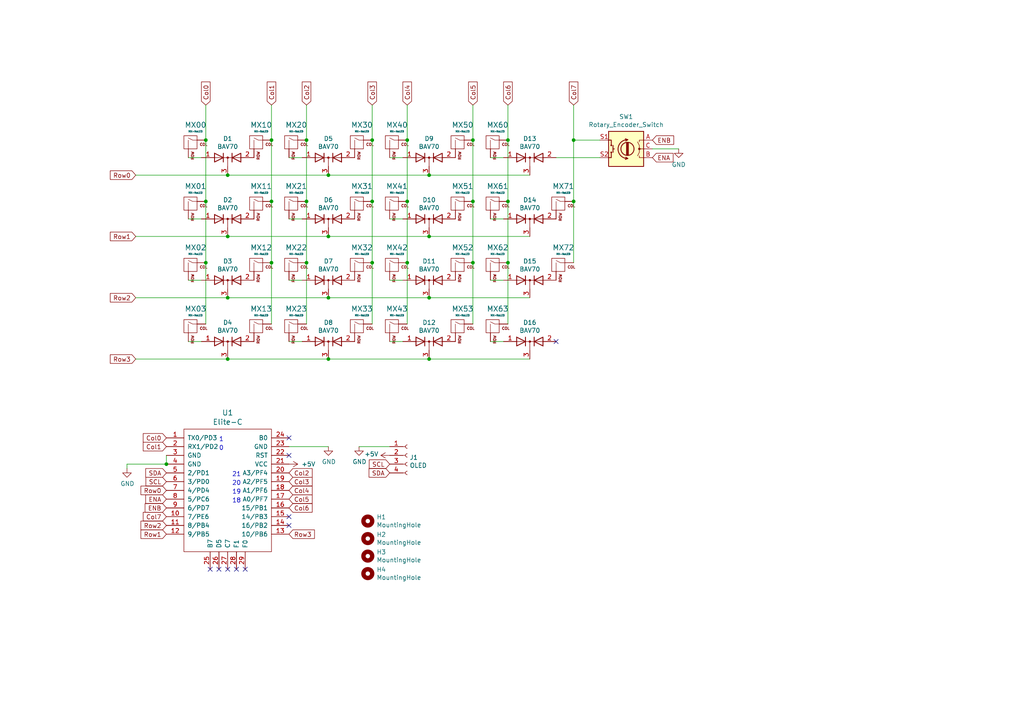
<source format=kicad_sch>
(kicad_sch (version 20211123) (generator eeschema)
  (paper "A4")
  (lib_symbols
    (symbol "Connector:Conn_01x04_Female" (pin_names (offset 1.016) hide)
      (property "Reference" "J" (at 0 5.08 0))
      (property "Value" "Conn_01x04_Female" (at 0 -7.62 0))
      (symbol "Conn_01x04_Female_1_1"
        (arc (start 0 -4.572) (mid -0.508 -5.08) (end 0 -5.588) (stroke (width 0.1524)))
        (arc (start 0 -2.032) (mid -0.508 -2.54) (end 0 -3.048) (stroke (width 0.1524)))
        (polyline (pts (xy -1.27 -5.08) (xy -0.508 -5.08)) (stroke (width 0.1524)))
        (polyline (pts (xy -1.27 -2.54) (xy -0.508 -2.54)) (stroke (width 0.1524)))
        (polyline (pts (xy -1.27 0) (xy -0.508 0)) (stroke (width 0.1524)))
        (polyline (pts (xy -1.27 2.54) (xy -0.508 2.54)) (stroke (width 0.1524)))
        (arc (start 0 0.508) (mid -0.508 0) (end 0 -0.508) (stroke (width 0.1524)))
        (arc (start 0 3.048) (mid -0.508 2.54) (end 0 2.032) (stroke (width 0.1524)))
        (pin passive line (at -5.08 2.54 0) (length 3.81) (name "Pin_1") (number "1"))
        (pin passive line (at -5.08 0 0) (length 3.81) (name "Pin_2") (number "2"))
        (pin passive line (at -5.08 -2.54 0) (length 3.81) (name "Pin_3") (number "3"))
        (pin passive line (at -5.08 -5.08 0) (length 3.81) (name "Pin_4") (number "4"))
      )
    )
    (symbol "Device:Rotary_Encoder_Switch" (pin_names (offset 0.254) hide)
      (property "Reference" "SW" (at 0 6.604 0))
      (property "Value" "Device_Rotary_Encoder_Switch" (at 0 -6.604 0))
      (symbol "Rotary_Encoder_Switch_0_1"
        (rectangle (start -5.08 5.08) (end 5.08 -5.08) (stroke (width 0.254)) (fill (type background)))
        (circle (center -3.81 0) (radius 0.254) (fill (type outline)))
        (arc (start -0.381 -2.794) (mid 2.3622 -0.0635) (end -0.381 2.667) (stroke (width 0.254)))
        (circle (center -0.381 0) (radius 1.905) (stroke (width 0.254)))
        (polyline (pts (xy -0.635 -1.778) (xy -0.635 1.778)) (stroke (width 0.254)))
        (polyline (pts (xy -0.381 -1.778) (xy -0.381 1.778)) (stroke (width 0.254)))
        (polyline (pts (xy -0.127 1.778) (xy -0.127 -1.778)) (stroke (width 0.254)))
        (polyline (pts (xy 3.81 0) (xy 3.429 0)) (stroke (width 0.254)))
        (polyline (pts (xy 3.81 1.016) (xy 3.81 -1.016)) (stroke (width 0.254)))
        (polyline (pts (xy -5.08 -2.54) (xy -3.81 -2.54) (xy -3.81 -2.032)))
        (polyline (pts (xy -5.08 2.54) (xy -3.81 2.54) (xy -3.81 2.032)))
        (polyline (pts (xy 0.254 -3.048) (xy -0.508 -2.794) (xy 0.127 -2.413)) (stroke (width 0.254)))
        (polyline (pts (xy 0.254 2.921) (xy -0.508 2.667) (xy 0.127 2.286)) (stroke (width 0.254)))
        (polyline (pts (xy 5.08 -2.54) (xy 4.318 -2.54) (xy 4.318 -1.016)) (stroke (width 0.254)))
        (polyline (pts (xy 5.08 2.54) (xy 4.318 2.54) (xy 4.318 1.016)) (stroke (width 0.254)))
        (polyline (pts (xy -5.08 0) (xy -3.81 0) (xy -3.81 -1.016) (xy -3.302 -2.032)))
        (polyline (pts (xy -4.318 0) (xy -3.81 0) (xy -3.81 1.016) (xy -3.302 2.032)))
        (circle (center 4.318 -1.016) (radius 0.127) (stroke (width 0.254)))
        (circle (center 4.318 1.016) (radius 0.127) (stroke (width 0.254)))
      )
      (symbol "Rotary_Encoder_Switch_1_1"
        (pin passive line (at -7.62 2.54 0) (length 2.54) (name "A") (number "A"))
        (pin passive line (at -7.62 -2.54 0) (length 2.54) (name "B") (number "B"))
        (pin passive line (at -7.62 0 0) (length 2.54) (name "C") (number "C"))
        (pin passive line (at 7.62 2.54 180) (length 2.54) (name "S1") (number "S1"))
        (pin passive line (at 7.62 -2.54 180) (length 2.54) (name "S2") (number "S2"))
      )
    )
    (symbol "Diode:BAV70" (pin_names (offset 0.762) hide)
      (property "Reference" "D" (at 0.635 -2.54 0))
      (property "Value" "BAV70" (at 0 2.54 0))
      (symbol "BAV70_0_1"
        (polyline (pts (xy -3.81 0) (xy 3.81 0)))
        (polyline (pts (xy 0 0) (xy 0 -2.54)))
        (polyline (pts (xy -1.27 -1.27) (xy -1.27 1.27) (xy -1.27 1.27)) (stroke (width 0.254)))
        (polyline (pts (xy 1.27 -1.27) (xy 1.27 1.27) (xy 1.27 1.27)) (stroke (width 0.254)))
        (polyline (pts (xy -3.81 1.27) (xy -1.27 0) (xy -3.81 -1.27) (xy -3.81 1.27) (xy -3.81 1.27) (xy -3.81 1.27)) (stroke (width 0.254)))
        (polyline (pts (xy 3.81 -1.27) (xy 1.27 0) (xy 3.81 1.27) (xy 3.81 -1.27) (xy 3.81 -1.27) (xy 3.81 -1.27)) (stroke (width 0.254)))
        (circle (center 0 0) (radius 0.254) (fill (type outline)))
        (pin passive line (at -7.62 0 0) (length 3.81) (name "A") (number "1"))
        (pin passive line (at 7.62 0 180) (length 3.81) (name "A") (number "2"))
        (pin passive line (at 0 -5.08 90) (length 2.54) (name "K") (number "3"))
      )
    )
    (symbol "MX_Alps_Hybrid:MX-NoLED" (pin_names (offset 1.016))
      (property "Reference" "MX" (at -0.635 3.81 0))
      (property "Value" "MX-NoLED" (at -0.635 1.27 0))
      (symbol "MX-NoLED_0_0"
        (rectangle (start -2.54 2.54) (end 1.27 -1.27))
        (polyline (pts (xy -1.27 -1.27) (xy -1.27 1.27)) (stroke (width 0.127)))
        (polyline (pts (xy 1.27 1.27) (xy 0 1.27) (xy -1.27 1.905)) (stroke (width 0.127)))
        (text "COL" (at 3.175 0 0) (effects (font (size 0.762 0.762))))
        (text "ROW" (at 0 -1.905 900) (effects (font (size 0.762 0.762)) (justify right)))
      )
      (symbol "MX-NoLED_1_1"
        (pin passive line (at 3.81 1.27 180) (length 2.54) (name "COL") (number "1"))
        (pin passive line (at -1.27 -3.81 90) (length 2.54) (name "ROW") (number "2"))
      )
    )
    (symbol "Mechanical:MountingHole" (pin_names (offset 1.016))
      (property "Reference" "H" (at 0 5.08 0))
      (property "Value" "MountingHole" (at 0 3.175 0))
      (symbol "MountingHole_0_1"
        (circle (center 0 0) (radius 1.27) (stroke (width 1.27)))
      )
    )
    (symbol "power:+5V" (power) (pin_names (offset 0))
      (property "Value" "+5V" (at 0 3.556 0))
      (symbol "+5V_0_1"
        (polyline (pts (xy -0.762 1.27) (xy 0 2.54)))
        (polyline (pts (xy 0 0) (xy 0 2.54)))
        (polyline (pts (xy 0 2.54) (xy 0.762 1.27)))
      )
      (symbol "+5V_1_1"
        (pin power_in line (at 0 0 90) (length 0) hide (name "+5V") (number "1"))
      )
    )
    (symbol "power:GND" (power) (pin_names (offset 0))
      (property "Value" "GND" (at 0 -3.81 0))
      (symbol "GND_0_1"
        (polyline (pts (xy 0 0) (xy 0 -1.27) (xy 1.27 -1.27) (xy 0 -2.54) (xy -1.27 -1.27) (xy 0 -1.27)))
      )
      (symbol "GND_1_1"
        (pin power_in line (at 0 0 270) (length 0) hide (name "GND") (number "1"))
      )
    )
    (symbol "sketchy-rescue:Elite-C-keebio-sketchy-rescue" (pin_names (offset 1.016))
      (property "Reference" "U" (at 0 0 0))
      (property "Value" "Elite-C-keebio-sketchy-rescue" (at 0 2.54 0))
      (symbol "Elite-C-keebio-sketchy-rescue_0_1"
        (rectangle (start 12.7 -19.05) (end -12.7 16.51))
      )
      (symbol "Elite-C-keebio-sketchy-rescue_1_1"
        (pin input line (at -17.78 13.97 0) (length 5.08) (name "TX0/PD3") (number "1"))
        (pin input line (at -17.78 -8.89 0) (length 5.08) (name "7/PE6") (number "10"))
        (pin input line (at -17.78 -11.43 0) (length 5.08) (name "8/PB4") (number "11"))
        (pin input line (at -17.78 -13.97 0) (length 5.08) (name "9/PB5") (number "12"))
        (pin input line (at 17.78 -13.97 180) (length 5.08) (name "10/PB6") (number "13"))
        (pin input line (at 17.78 -11.43 180) (length 5.08) (name "16/PB2") (number "14"))
        (pin input line (at 17.78 -8.89 180) (length 5.08) (name "14/PB3") (number "15"))
        (pin input line (at 17.78 -6.35 180) (length 5.08) (name "15/PB1") (number "16"))
        (pin input line (at 17.78 -3.81 180) (length 5.08) (name "A0/PF7") (number "17"))
        (pin input line (at 17.78 -1.27 180) (length 5.08) (name "A1/PF6") (number "18"))
        (pin input line (at 17.78 1.27 180) (length 5.08) (name "A2/PF5") (number "19"))
        (pin input line (at -17.78 11.43 0) (length 5.08) (name "RX1/PD2") (number "2"))
        (pin input line (at 17.78 3.81 180) (length 5.08) (name "A3/PF4") (number "20"))
        (pin input line (at 17.78 6.35 180) (length 5.08) (name "VCC") (number "21"))
        (pin input line (at 17.78 8.89 180) (length 5.08) (name "RST") (number "22"))
        (pin input line (at 17.78 11.43 180) (length 5.08) (name "GND") (number "23"))
        (pin input line (at 17.78 13.97 180) (length 5.08) (name "B0") (number "24"))
        (pin input line (at -5.08 -24.13 90) (length 5.08) (name "B7") (number "25"))
        (pin input line (at -2.54 -24.13 90) (length 5.08) (name "D5") (number "26"))
        (pin input line (at 0 -24.13 90) (length 5.08) (name "C7") (number "27"))
        (pin input line (at 2.54 -24.13 90) (length 5.08) (name "F1") (number "28"))
        (pin input line (at 5.08 -24.13 90) (length 5.08) (name "F0") (number "29"))
        (pin input line (at -17.78 8.89 0) (length 5.08) (name "GND") (number "3"))
        (pin input line (at -17.78 6.35 0) (length 5.08) (name "GND") (number "4"))
        (pin input line (at -17.78 3.81 0) (length 5.08) (name "2/PD1") (number "5"))
        (pin input line (at -17.78 1.27 0) (length 5.08) (name "3/PD0") (number "6"))
        (pin input line (at -17.78 -1.27 0) (length 5.08) (name "4/PD4") (number "7"))
        (pin input line (at -17.78 -3.81 0) (length 5.08) (name "5/PC6") (number "8"))
        (pin input line (at -17.78 -6.35 0) (length 5.08) (name "6/PD7") (number "9"))
      )
    )
  )
  (junction (at 66.04 86.36))
  (junction (at 124.46 50.8))
  (junction (at 118.11 58.42))
  (junction (at 59.69 76.2))
  (junction (at 88.9 58.42))
  (junction (at 147.32 76.2))
  (junction (at 137.16 58.42))
  (junction (at 166.37 40.64))
  (junction (at 48.26 134.62))
  (junction (at 95.25 68.58))
  (junction (at 118.11 76.2))
  (junction (at 107.95 76.2))
  (junction (at 59.69 40.64))
  (junction (at 59.69 58.42))
  (junction (at 88.9 40.64))
  (junction (at 88.9 76.2))
  (junction (at 137.16 40.64))
  (junction (at 147.32 58.42))
  (junction (at 124.46 104.14))
  (junction (at 78.74 58.42))
  (junction (at 166.37 58.42))
  (junction (at 124.46 68.58))
  (junction (at 137.16 76.2))
  (junction (at 95.25 104.14))
  (junction (at 78.74 40.64))
  (junction (at 66.04 104.14))
  (junction (at 107.95 58.42))
  (junction (at 118.11 40.64))
  (junction (at 78.74 76.2))
  (junction (at 66.04 68.58))
  (junction (at 95.25 50.8))
  (junction (at 66.04 50.8))
  (junction (at 124.46 86.36))
  (junction (at 95.25 86.36))
  (junction (at 147.32 40.64))
  (junction (at 107.95 40.64))
  (no_connect (at 83.82 152.4))
  (no_connect (at 83.82 149.86))
  (no_connect (at 161.29 99.06))
  (no_connect (at 83.82 132.08))
  (no_connect (at 83.82 127))
  (no_connect (at 60.96 165.1))
  (no_connect (at 63.5 165.1))
  (no_connect (at 66.04 165.1))
  (no_connect (at 68.58 165.1))
  (no_connect (at 71.12 165.1))
  (wire (pts (xy 113.03 129.54) (xy 104.14 129.54)))
  (wire (pts (xy 118.11 40.64) (xy 118.11 30.48)))
  (wire (pts (xy 54.61 63.5) (xy 58.42 63.5)))
  (wire (pts (xy 189.23 43.18) (xy 196.85 43.18)))
  (wire (pts (xy 137.16 93.98) (xy 137.16 76.2)))
  (wire (pts (xy 107.95 93.98) (xy 107.95 76.2)))
  (wire (pts (xy 36.83 134.62) (xy 36.83 135.89)))
  (wire (pts (xy 153.67 68.58) (xy 124.46 68.58)))
  (wire (pts (xy 107.95 58.42) (xy 107.95 40.64)))
  (wire (pts (xy 59.69 58.42) (xy 59.69 76.2)))
  (wire (pts (xy 147.32 40.64) (xy 147.32 30.48)))
  (wire (pts (xy 66.04 50.8) (xy 39.37 50.8)))
  (wire (pts (xy 124.46 68.58) (xy 95.25 68.58)))
  (wire (pts (xy 95.25 50.8) (xy 66.04 50.8)))
  (wire (pts (xy 83.82 99.06) (xy 87.63 99.06)))
  (wire (pts (xy 78.74 40.64) (xy 78.74 30.48)))
  (wire (pts (xy 95.25 68.58) (xy 66.04 68.58)))
  (wire (pts (xy 83.82 45.72) (xy 87.63 45.72)))
  (wire (pts (xy 78.74 76.2) (xy 78.74 93.98)))
  (wire (pts (xy 166.37 76.2) (xy 166.37 58.42)))
  (wire (pts (xy 54.61 99.06) (xy 58.42 99.06)))
  (wire (pts (xy 83.82 129.54) (xy 95.25 129.54)))
  (wire (pts (xy 137.16 76.2) (xy 137.16 58.42)))
  (wire (pts (xy 153.67 50.8) (xy 124.46 50.8)))
  (wire (pts (xy 124.46 86.36) (xy 95.25 86.36)))
  (wire (pts (xy 124.46 104.14) (xy 153.67 104.14)))
  (wire (pts (xy 147.32 76.2) (xy 147.32 93.98)))
  (wire (pts (xy 166.37 40.64) (xy 173.99 40.64)))
  (wire (pts (xy 95.25 104.14) (xy 124.46 104.14)))
  (wire (pts (xy 83.82 81.28) (xy 87.63 81.28)))
  (wire (pts (xy 142.24 63.5) (xy 146.05 63.5)))
  (wire (pts (xy 113.03 63.5) (xy 116.84 63.5)))
  (wire (pts (xy 161.29 45.72) (xy 173.99 45.72)))
  (wire (pts (xy 95.25 86.36) (xy 66.04 86.36)))
  (wire (pts (xy 54.61 81.28) (xy 58.42 81.28)))
  (wire (pts (xy 137.16 58.42) (xy 137.16 40.64)))
  (wire (pts (xy 66.04 86.36) (xy 39.37 86.36)))
  (wire (pts (xy 66.04 104.14) (xy 39.37 104.14)))
  (wire (pts (xy 54.61 45.72) (xy 58.42 45.72)))
  (wire (pts (xy 78.74 76.2) (xy 78.74 58.42)))
  (wire (pts (xy 88.9 76.2) (xy 88.9 58.42)))
  (wire (pts (xy 147.32 58.42) (xy 147.32 40.64)))
  (wire (pts (xy 137.16 40.64) (xy 137.16 30.48)))
  (wire (pts (xy 83.82 63.5) (xy 87.63 63.5)))
  (wire (pts (xy 147.32 76.2) (xy 147.32 58.42)))
  (wire (pts (xy 59.69 40.64) (xy 59.69 30.48)))
  (wire (pts (xy 142.24 81.28) (xy 146.05 81.28)))
  (wire (pts (xy 66.04 104.14) (xy 95.25 104.14)))
  (wire (pts (xy 153.67 86.36) (xy 124.46 86.36)))
  (wire (pts (xy 142.24 99.06) (xy 146.05 99.06)))
  (wire (pts (xy 107.95 40.64) (xy 107.95 30.48)))
  (wire (pts (xy 107.95 76.2) (xy 107.95 58.42)))
  (wire (pts (xy 48.26 132.08) (xy 48.26 134.62)))
  (wire (pts (xy 166.37 30.48) (xy 166.37 40.64)))
  (wire (pts (xy 142.24 45.72) (xy 146.05 45.72)))
  (wire (pts (xy 59.69 76.2) (xy 59.69 93.98)))
  (wire (pts (xy 124.46 50.8) (xy 95.25 50.8)))
  (wire (pts (xy 59.69 58.42) (xy 59.69 40.64)))
  (wire (pts (xy 88.9 93.98) (xy 88.9 76.2)))
  (wire (pts (xy 88.9 58.42) (xy 88.9 40.64)))
  (wire (pts (xy 118.11 58.42) (xy 118.11 40.64)))
  (wire (pts (xy 36.83 134.62) (xy 48.26 134.62)))
  (wire (pts (xy 113.03 99.06) (xy 116.84 99.06)))
  (wire (pts (xy 118.11 76.2) (xy 118.11 58.42)))
  (wire (pts (xy 113.03 45.72) (xy 116.84 45.72)))
  (wire (pts (xy 118.11 93.98) (xy 118.11 76.2)))
  (wire (pts (xy 113.03 81.28) (xy 116.84 81.28)))
  (wire (pts (xy 88.9 40.64) (xy 88.9 30.48)))
  (wire (pts (xy 166.37 40.64) (xy 166.37 58.42)))
  (wire (pts (xy 78.74 58.42) (xy 78.74 40.64)))
  (wire (pts (xy 66.04 68.58) (xy 39.37 68.58)))
  (text "1" (at 63.5 128.27 0) (effects (font (size 1.27 1.27)) (justify left bottom)))
  (text "21" (at 67.31 138.43 0) (effects (font (size 1.27 1.27)) (justify left bottom)))
  (text "0" (at 63.5 130.81 0) (effects (font (size 1.27 1.27)) (justify left bottom)))
  (text "19" (at 67.31 143.51 0) (effects (font (size 1.27 1.27)) (justify left bottom)))
  (text "20" (at 67.31 140.97 0) (effects (font (size 1.27 1.27)) (justify left bottom)))
  (text "18" (at 67.31 146.05 0) (effects (font (size 1.27 1.27)) (justify left bottom)))
  (global_label "ENB" (shape input) (at 189.23 40.64 0) (property "Intersheet References" "${INTERSHEET_REFS}" (effects hide)))
  (global_label "Col7" (shape input) (at 166.37 30.48 90) (property "Intersheet References" "${INTERSHEET_REFS}" (effects hide)))
  (global_label "Col6" (shape input) (at 147.32 30.48 90) (property "Intersheet References" "${INTERSHEET_REFS}" (effects hide)))
  (global_label "ENA" (shape input) (at 48.26 144.78 180) (property "Intersheet References" "${INTERSHEET_REFS}" (effects hide)))
  (global_label "Col3" (shape input) (at 83.82 139.7 0) (property "Intersheet References" "${INTERSHEET_REFS}" (effects hide)))
  (global_label "Col4" (shape input) (at 118.11 30.48 90) (property "Intersheet References" "${INTERSHEET_REFS}" (effects hide)))
  (global_label "Col4" (shape input) (at 83.82 142.24 0) (property "Intersheet References" "${INTERSHEET_REFS}" (effects hide)))
  (global_label "Row3" (shape input) (at 39.37 104.14 180) (property "Intersheet References" "${INTERSHEET_REFS}" (effects hide)))
  (global_label "ENB" (shape input) (at 48.26 147.32 180) (property "Intersheet References" "${INTERSHEET_REFS}" (effects hide)))
  (global_label "Col0" (shape input) (at 48.26 127 180) (property "Intersheet References" "${INTERSHEET_REFS}" (effects hide)))
  (global_label "Col2" (shape input) (at 88.9 30.48 90) (property "Intersheet References" "${INTERSHEET_REFS}" (effects hide)))
  (global_label "Row1" (shape input) (at 39.37 68.58 180) (property "Intersheet References" "${INTERSHEET_REFS}" (effects hide)))
  (global_label "Col5" (shape input) (at 137.16 30.48 90) (property "Intersheet References" "${INTERSHEET_REFS}" (effects hide)))
  (global_label "Row1" (shape input) (at 48.26 154.94 180) (property "Intersheet References" "${INTERSHEET_REFS}" (effects hide)))
  (global_label "SDA" (shape input) (at 48.26 137.16 180) (property "Intersheet References" "${INTERSHEET_REFS}" (effects hide)))
  (global_label "Row3" (shape input) (at 83.82 154.94 0) (property "Intersheet References" "${INTERSHEET_REFS}" (effects hide)))
  (global_label "Row0" (shape input) (at 39.37 50.8 180) (property "Intersheet References" "${INTERSHEET_REFS}" (effects hide)))
  (global_label "SDA" (shape input) (at 113.03 137.16 180) (property "Intersheet References" "${INTERSHEET_REFS}" (effects hide)))
  (global_label "Col5" (shape input) (at 83.82 144.78 0) (property "Intersheet References" "${INTERSHEET_REFS}" (effects hide)))
  (global_label "Col0" (shape input) (at 59.69 30.48 90) (property "Intersheet References" "${INTERSHEET_REFS}" (effects hide)))
  (global_label "Col6" (shape input) (at 83.82 147.32 0) (property "Intersheet References" "${INTERSHEET_REFS}" (effects hide)))
  (global_label "SCL" (shape input) (at 48.26 139.7 180) (property "Intersheet References" "${INTERSHEET_REFS}" (effects hide)))
  (global_label "Col1" (shape input) (at 78.74 30.48 90) (property "Intersheet References" "${INTERSHEET_REFS}" (effects hide)))
  (global_label "Col7" (shape input) (at 48.26 149.86 180) (property "Intersheet References" "${INTERSHEET_REFS}" (effects hide)))
  (global_label "Row2" (shape input) (at 39.37 86.36 180) (property "Intersheet References" "${INTERSHEET_REFS}" (effects hide)))
  (global_label "SCL" (shape input) (at 113.03 134.62 180) (property "Intersheet References" "${INTERSHEET_REFS}" (effects hide)))
  (global_label "Row2" (shape input) (at 48.26 152.4 180) (property "Intersheet References" "${INTERSHEET_REFS}" (effects hide)))
  (global_label "Col1" (shape input) (at 48.26 129.54 180) (property "Intersheet References" "${INTERSHEET_REFS}" (effects hide)))
  (global_label "Col2" (shape input) (at 83.82 137.16 0) (property "Intersheet References" "${INTERSHEET_REFS}" (effects hide)))
  (global_label "Row0" (shape input) (at 48.26 142.24 180) (property "Intersheet References" "${INTERSHEET_REFS}" (effects hide)))
  (global_label "ENA" (shape input) (at 189.23 45.72 0) (property "Intersheet References" "${INTERSHEET_REFS}" (effects hide)))
  (global_label "Col3" (shape input) (at 107.95 30.48 90) (property "Intersheet References" "${INTERSHEET_REFS}" (effects hide)))
  (symbol (lib_id "sketchy-rescue:Elite-C-keebio-sketchy-rescue") (at 66.04 140.97 0) (unit 1)
    (property "Reference" "U1" (at 66.04 119.7102 0) (effects (font (size 1.524 1.524))))
    (property "Value" "Elite-C" (at 66.04 122.4026 0) (effects (font (size 1.524 1.524))))
    (property "Footprint" "Keebio-Parts:Elite-C" (effects hide))
  )
  (symbol (lib_id "power:GND") (at 95.25 129.54 0) (unit 1)
    (property "Reference" "#PWR0101" (effects hide))
    (property "Value" "GND" (at 95.377 133.9342 0))
  )
  (symbol (lib_id "MX_Alps_Hybrid:MX-NoLED") (at 85.09 41.91 0) (unit 1)
    (property "Reference" "MX20" (at 85.9282 36.2458 0) (effects (font (size 1.524 1.524))))
    (property "Value" "MX-NoLED" (at 85.9282 38.1254 0) (effects (font (size 0.508 0.508))))
    (property "Footprint" "MX_Only:MXOnly-1U-Hotswap" (effects hide))
  )
  (symbol (lib_id "Diode:BAV70") (at 66.04 45.72 0) (unit 1)
    (property "Reference" "D1" (at 66.04 40.2082 0))
    (property "Value" "BAV70" (at 66.04 42.5196 0))
    (property "Footprint" "Keebio-Parts:SOT-23_Handsoldering" (effects hide))
    (property "Datasheet" "https://assets.nexperia.com/documents/data-sheet/BAV70_SER.pdf" (effects hide))
  )
  (symbol (lib_id "MX_Alps_Hybrid:MX-NoLED") (at 104.14 41.91 0) (unit 1)
    (property "Reference" "MX30" (at 104.9782 36.2458 0) (effects (font (size 1.524 1.524))))
    (property "Value" "MX-NoLED" (at 104.9782 38.1254 0) (effects (font (size 0.508 0.508))))
    (property "Footprint" "MX_Only:MXOnly-1U-Hotswap" (effects hide))
  )
  (symbol (lib_id "Diode:BAV70") (at 95.25 45.72 0) (unit 1)
    (property "Reference" "D5" (at 95.25 40.2082 0))
    (property "Value" "BAV70" (at 95.25 42.5196 0))
    (property "Footprint" "Keebio-Parts:SOT-23_Handsoldering" (effects hide))
    (property "Datasheet" "https://assets.nexperia.com/documents/data-sheet/BAV70_SER.pdf" (effects hide))
  )
  (symbol (lib_id "MX_Alps_Hybrid:MX-NoLED") (at 114.3 41.91 0) (unit 1)
    (property "Reference" "MX40" (at 115.1382 36.2458 0) (effects (font (size 1.524 1.524))))
    (property "Value" "MX-NoLED" (at 115.1382 38.1254 0) (effects (font (size 0.508 0.508))))
    (property "Footprint" "MX_Only:MXOnly-1U-Hotswap" (effects hide))
  )
  (symbol (lib_id "MX_Alps_Hybrid:MX-NoLED") (at 133.35 41.91 0) (unit 1)
    (property "Reference" "MX50" (at 134.1882 36.2458 0) (effects (font (size 1.524 1.524))))
    (property "Value" "MX-NoLED" (at 134.1882 38.1254 0) (effects (font (size 0.508 0.508))))
    (property "Footprint" "MX_Only:MXOnly-1U-Hotswap" (effects hide))
  )
  (symbol (lib_id "MX_Alps_Hybrid:MX-NoLED") (at 143.51 41.91 0) (unit 1)
    (property "Reference" "MX60" (at 144.3482 36.2458 0) (effects (font (size 1.524 1.524))))
    (property "Value" "MX-NoLED" (at 144.3482 38.1254 0) (effects (font (size 0.508 0.508))))
    (property "Footprint" "MX_Only:MXOnly-1U-Hotswap" (effects hide))
  )
  (symbol (lib_id "Diode:BAV70") (at 124.46 45.72 0) (unit 1)
    (property "Reference" "D9" (at 124.46 40.2082 0))
    (property "Value" "BAV70" (at 124.46 42.5196 0))
    (property "Footprint" "Keebio-Parts:SOT-23_Handsoldering" (effects hide))
    (property "Datasheet" "https://assets.nexperia.com/documents/data-sheet/BAV70_SER.pdf" (effects hide))
  )
  (symbol (lib_id "Diode:BAV70") (at 153.67 45.72 0) (unit 1)
    (property "Reference" "D13" (at 153.67 40.2082 0))
    (property "Value" "BAV70" (at 153.67 42.5196 0))
    (property "Footprint" "Keebio-Parts:SOT-23_Handsoldering" (effects hide))
    (property "Datasheet" "https://assets.nexperia.com/documents/data-sheet/BAV70_SER.pdf" (effects hide))
  )
  (symbol (lib_id "MX_Alps_Hybrid:MX-NoLED") (at 74.93 41.91 0) (unit 1)
    (property "Reference" "MX10" (at 75.7682 36.2458 0) (effects (font (size 1.524 1.524))))
    (property "Value" "MX-NoLED" (at 75.7682 38.1254 0) (effects (font (size 0.508 0.508))))
    (property "Footprint" "MX_Only:MXOnly-1U-Hotswap" (effects hide))
  )
  (symbol (lib_id "MX_Alps_Hybrid:MX-NoLED") (at 55.88 41.91 0) (unit 1)
    (property "Reference" "MX00" (at 56.7182 36.2458 0) (effects (font (size 1.524 1.524))))
    (property "Value" "MX-NoLED" (at 56.7182 38.1254 0) (effects (font (size 0.508 0.508))))
    (property "Footprint" "MX_Only:MXOnly-1U-Hotswap" (effects hide))
  )
  (symbol (lib_id "power:GND") (at 36.83 135.89 0) (unit 1)
    (property "Reference" "#PWR0103" (effects hide))
    (property "Value" "GND" (at 36.957 140.2842 0))
  )
  (symbol (lib_id "MX_Alps_Hybrid:MX-NoLED") (at 85.09 59.69 0) (unit 1)
    (property "Reference" "MX21" (at 85.9282 54.0258 0) (effects (font (size 1.524 1.524))))
    (property "Value" "MX-NoLED" (at 85.9282 55.9054 0) (effects (font (size 0.508 0.508))))
    (property "Footprint" "MX_Only:MXOnly-1U-Hotswap" (effects hide))
  )
  (symbol (lib_id "Diode:BAV70") (at 66.04 63.5 0) (unit 1)
    (property "Reference" "D2" (at 66.04 57.9882 0))
    (property "Value" "BAV70" (at 66.04 60.2996 0))
    (property "Footprint" "Keebio-Parts:SOT-23_Handsoldering" (effects hide))
    (property "Datasheet" "https://assets.nexperia.com/documents/data-sheet/BAV70_SER.pdf" (effects hide))
  )
  (symbol (lib_id "MX_Alps_Hybrid:MX-NoLED") (at 104.14 59.69 0) (unit 1)
    (property "Reference" "MX31" (at 104.9782 54.0258 0) (effects (font (size 1.524 1.524))))
    (property "Value" "MX-NoLED" (at 104.9782 55.9054 0) (effects (font (size 0.508 0.508))))
    (property "Footprint" "MX_Only:MXOnly-1U-Hotswap" (effects hide))
  )
  (symbol (lib_id "Diode:BAV70") (at 95.25 63.5 0) (unit 1)
    (property "Reference" "D6" (at 95.25 57.9882 0))
    (property "Value" "BAV70" (at 95.25 60.2996 0))
    (property "Footprint" "Keebio-Parts:SOT-23_Handsoldering" (effects hide))
    (property "Datasheet" "https://assets.nexperia.com/documents/data-sheet/BAV70_SER.pdf" (effects hide))
  )
  (symbol (lib_id "MX_Alps_Hybrid:MX-NoLED") (at 114.3 59.69 0) (unit 1)
    (property "Reference" "MX41" (at 115.1382 54.0258 0) (effects (font (size 1.524 1.524))))
    (property "Value" "MX-NoLED" (at 115.1382 55.9054 0) (effects (font (size 0.508 0.508))))
    (property "Footprint" "MX_Only:MXOnly-1U-Hotswap" (effects hide))
  )
  (symbol (lib_id "MX_Alps_Hybrid:MX-NoLED") (at 133.35 59.69 0) (unit 1)
    (property "Reference" "MX51" (at 134.1882 54.0258 0) (effects (font (size 1.524 1.524))))
    (property "Value" "MX-NoLED" (at 134.1882 55.9054 0) (effects (font (size 0.508 0.508))))
    (property "Footprint" "MX_Only:MXOnly-1U-Hotswap" (effects hide))
  )
  (symbol (lib_id "MX_Alps_Hybrid:MX-NoLED") (at 143.51 59.69 0) (unit 1)
    (property "Reference" "MX61" (at 144.3482 54.0258 0) (effects (font (size 1.524 1.524))))
    (property "Value" "MX-NoLED" (at 144.3482 55.9054 0) (effects (font (size 0.508 0.508))))
    (property "Footprint" "MX_Only:MXOnly-1U-Hotswap" (effects hide))
  )
  (symbol (lib_id "Diode:BAV70") (at 124.46 63.5 0) (unit 1)
    (property "Reference" "D10" (at 124.46 57.9882 0))
    (property "Value" "BAV70" (at 124.46 60.2996 0))
    (property "Footprint" "Keebio-Parts:SOT-23_Handsoldering" (effects hide))
    (property "Datasheet" "https://assets.nexperia.com/documents/data-sheet/BAV70_SER.pdf" (effects hide))
  )
  (symbol (lib_id "MX_Alps_Hybrid:MX-NoLED") (at 162.56 59.69 0) (unit 1)
    (property "Reference" "MX71" (at 163.3982 54.0258 0) (effects (font (size 1.524 1.524))))
    (property "Value" "MX-NoLED" (at 163.3982 55.9054 0) (effects (font (size 0.508 0.508))))
    (property "Footprint" "MX_Only:MXOnly-1U-Hotswap" (effects hide))
  )
  (symbol (lib_id "MX_Alps_Hybrid:MX-NoLED") (at 74.93 59.69 0) (unit 1)
    (property "Reference" "MX11" (at 75.7682 54.0258 0) (effects (font (size 1.524 1.524))))
    (property "Value" "MX-NoLED" (at 75.7682 55.9054 0) (effects (font (size 0.508 0.508))))
    (property "Footprint" "MX_Only:MXOnly-1U-Hotswap" (effects hide))
  )
  (symbol (lib_id "MX_Alps_Hybrid:MX-NoLED") (at 55.88 59.69 0) (unit 1)
    (property "Reference" "MX01" (at 56.7182 54.0258 0) (effects (font (size 1.524 1.524))))
    (property "Value" "MX-NoLED" (at 56.7182 55.9054 0) (effects (font (size 0.508 0.508))))
    (property "Footprint" "MX_Only:MXOnly-1.5U-Hotswap" (effects hide))
  )
  (symbol (lib_id "Diode:BAV70") (at 153.67 63.5 0) (unit 1)
    (property "Reference" "D14" (at 153.67 57.9882 0))
    (property "Value" "BAV70" (at 153.67 60.2996 0))
    (property "Footprint" "Keebio-Parts:SOT-23_Handsoldering" (effects hide))
    (property "Datasheet" "https://assets.nexperia.com/documents/data-sheet/BAV70_SER.pdf" (effects hide))
  )
  (symbol (lib_id "MX_Alps_Hybrid:MX-NoLED") (at 85.09 77.47 0) (unit 1)
    (property "Reference" "MX22" (at 85.9282 71.8058 0) (effects (font (size 1.524 1.524))))
    (property "Value" "MX-NoLED" (at 85.9282 73.6854 0) (effects (font (size 0.508 0.508))))
    (property "Footprint" "MX_Only:MXOnly-1U-Hotswap" (effects hide))
  )
  (symbol (lib_id "Diode:BAV70") (at 66.04 81.28 0) (unit 1)
    (property "Reference" "D3" (at 66.04 75.7682 0))
    (property "Value" "BAV70" (at 66.04 78.0796 0))
    (property "Footprint" "Keebio-Parts:SOT-23_Handsoldering" (effects hide))
    (property "Datasheet" "https://assets.nexperia.com/documents/data-sheet/BAV70_SER.pdf" (effects hide))
  )
  (symbol (lib_id "MX_Alps_Hybrid:MX-NoLED") (at 104.14 77.47 0) (unit 1)
    (property "Reference" "MX32" (at 104.9782 71.8058 0) (effects (font (size 1.524 1.524))))
    (property "Value" "MX-NoLED" (at 104.9782 73.6854 0) (effects (font (size 0.508 0.508))))
    (property "Footprint" "MX_Only:MXOnly-1U-Hotswap" (effects hide))
  )
  (symbol (lib_id "Diode:BAV70") (at 95.25 81.28 0) (unit 1)
    (property "Reference" "D7" (at 95.25 75.7682 0))
    (property "Value" "BAV70" (at 95.25 78.0796 0))
    (property "Footprint" "Keebio-Parts:SOT-23_Handsoldering" (effects hide))
    (property "Datasheet" "https://assets.nexperia.com/documents/data-sheet/BAV70_SER.pdf" (effects hide))
  )
  (symbol (lib_id "MX_Alps_Hybrid:MX-NoLED") (at 114.3 77.47 0) (unit 1)
    (property "Reference" "MX42" (at 115.1382 71.8058 0) (effects (font (size 1.524 1.524))))
    (property "Value" "MX-NoLED" (at 115.1382 73.6854 0) (effects (font (size 0.508 0.508))))
    (property "Footprint" "MX_Only:MXOnly-1U-Hotswap" (effects hide))
  )
  (symbol (lib_id "MX_Alps_Hybrid:MX-NoLED") (at 133.35 77.47 0) (unit 1)
    (property "Reference" "MX52" (at 134.1882 71.8058 0) (effects (font (size 1.524 1.524))))
    (property "Value" "MX-NoLED" (at 134.1882 73.6854 0) (effects (font (size 0.508 0.508))))
    (property "Footprint" "MX_Only:MXOnly-1U-Hotswap" (effects hide))
  )
  (symbol (lib_id "MX_Alps_Hybrid:MX-NoLED") (at 143.51 77.47 0) (unit 1)
    (property "Reference" "MX62" (at 144.3482 71.8058 0) (effects (font (size 1.524 1.524))))
    (property "Value" "MX-NoLED" (at 144.3482 73.6854 0) (effects (font (size 0.508 0.508))))
    (property "Footprint" "MX_Only:MXOnly-1U-Hotswap" (effects hide))
  )
  (symbol (lib_id "Diode:BAV70") (at 124.46 81.28 0) (unit 1)
    (property "Reference" "D11" (at 124.46 75.7682 0))
    (property "Value" "BAV70" (at 124.46 78.0796 0))
    (property "Footprint" "Keebio-Parts:SOT-23_Handsoldering" (effects hide))
    (property "Datasheet" "https://assets.nexperia.com/documents/data-sheet/BAV70_SER.pdf" (effects hide))
  )
  (symbol (lib_id "MX_Alps_Hybrid:MX-NoLED") (at 162.56 77.47 0) (unit 1)
    (property "Reference" "MX72" (at 163.3982 71.8058 0) (effects (font (size 1.524 1.524))))
    (property "Value" "MX-NoLED" (at 163.3982 73.6854 0) (effects (font (size 0.508 0.508))))
    (property "Footprint" "MX_Only:MXOnly-1U-Hotswap" (effects hide))
  )
  (symbol (lib_id "MX_Alps_Hybrid:MX-NoLED") (at 74.93 77.47 0) (unit 1)
    (property "Reference" "MX12" (at 75.7682 71.8058 0) (effects (font (size 1.524 1.524))))
    (property "Value" "MX-NoLED" (at 75.7682 73.6854 0) (effects (font (size 0.508 0.508))))
    (property "Footprint" "MX_Only:MXOnly-1U-Hotswap" (effects hide))
  )
  (symbol (lib_id "MX_Alps_Hybrid:MX-NoLED") (at 55.88 77.47 0) (unit 1)
    (property "Reference" "MX02" (at 56.7182 71.8058 0) (effects (font (size 1.524 1.524))))
    (property "Value" "MX-NoLED" (at 56.7182 73.6854 0) (effects (font (size 0.508 0.508))))
    (property "Footprint" "MX_Only:MXOnly-1.75U-Hotswap" (effects hide))
  )
  (symbol (lib_id "Diode:BAV70") (at 153.67 81.28 0) (unit 1)
    (property "Reference" "D15" (at 153.67 75.7682 0))
    (property "Value" "BAV70" (at 153.67 78.0796 0))
    (property "Footprint" "Keebio-Parts:SOT-23_Handsoldering" (effects hide))
    (property "Datasheet" "https://assets.nexperia.com/documents/data-sheet/BAV70_SER.pdf" (effects hide))
  )
  (symbol (lib_id "MX_Alps_Hybrid:MX-NoLED") (at 85.09 95.25 0) (unit 1)
    (property "Reference" "MX23" (at 85.9282 89.5858 0) (effects (font (size 1.524 1.524))))
    (property "Value" "MX-NoLED" (at 85.9282 91.4654 0) (effects (font (size 0.508 0.508))))
    (property "Footprint" "MX_Only:MXOnly-1U-Hotswap" (effects hide))
  )
  (symbol (lib_id "Diode:BAV70") (at 66.04 99.06 0) (unit 1)
    (property "Reference" "D4" (at 66.04 93.5482 0))
    (property "Value" "BAV70" (at 66.04 95.8596 0))
    (property "Footprint" "Keebio-Parts:SOT-23_Handsoldering" (effects hide))
    (property "Datasheet" "https://assets.nexperia.com/documents/data-sheet/BAV70_SER.pdf" (effects hide))
  )
  (symbol (lib_id "MX_Alps_Hybrid:MX-NoLED") (at 114.3 95.25 0) (unit 1)
    (property "Reference" "MX43" (at 115.1382 89.5858 0) (effects (font (size 1.524 1.524))))
    (property "Value" "MX-NoLED" (at 115.1382 91.4654 0) (effects (font (size 0.508 0.508))))
    (property "Footprint" "MX_Only:MXOnly-1U-Hotswap" (effects hide))
  )
  (symbol (lib_id "MX_Alps_Hybrid:MX-NoLED") (at 133.35 95.25 0) (unit 1)
    (property "Reference" "MX53" (at 134.1882 89.5858 0) (effects (font (size 1.524 1.524))))
    (property "Value" "MX-NoLED" (at 134.1882 91.4654 0) (effects (font (size 0.508 0.508))))
    (property "Footprint" "MX_Only:MXOnly-1U-Hotswap" (effects hide))
  )
  (symbol (lib_id "MX_Alps_Hybrid:MX-NoLED") (at 55.88 95.25 0) (unit 1)
    (property "Reference" "MX03" (at 56.7182 89.5858 0) (effects (font (size 1.524 1.524))))
    (property "Value" "MX-NoLED" (at 56.7182 91.4654 0) (effects (font (size 0.508 0.508))))
    (property "Footprint" "MX_Only:MXOnly-2.25U-Hotswap" (effects hide))
  )
  (symbol (lib_id "power:GND") (at 196.85 43.18 0) (unit 1)
    (property "Reference" "#PWR0106" (effects hide))
    (property "Value" "GND" (at 196.85 47.7425 0))
  )
  (symbol (lib_id "power:+5V") (at 83.82 134.62 270) (unit 1)
    (property "Reference" "#PWR0104" (effects hide))
    (property "Value" "+5V" (at 87.4245 134.62 90) (effects (justify left)))
  )
  (symbol (lib_id "Mechanical:MountingHole") (at 106.68 156.21 0) (unit 1)
    (property "Reference" "H2" (at 109.22 155.0416 0) (effects (justify left)))
    (property "Value" "MountingHole" (at 109.22 157.353 0) (effects (justify left)))
    (property "Footprint" "MountingHole:MountingHole_2.2mm_M2_Pad" (effects hide))
  )
  (symbol (lib_id "MX_Alps_Hybrid:MX-NoLED") (at 104.14 95.25 0) (unit 1)
    (property "Reference" "MX33" (at 104.9782 89.5858 0) (effects (font (size 1.524 1.524))))
    (property "Value" "MX-NoLED" (at 104.9782 91.4654 0) (effects (font (size 0.508 0.508))))
    (property "Footprint" "MX_Only:MXOnly-1U-Hotswap" (effects hide))
  )
  (symbol (lib_id "Device:Rotary_Encoder_Switch") (at 181.61 43.18 0) (mirror y) (unit 1)
    (property "Reference" "SW1" (at 181.61 33.8582 0))
    (property "Value" "Rotary_Encoder_Switch" (at 181.61 36.1696 0))
    (property "Footprint" "Rotary_Encoder:RotaryEncoder_Alps_EC11E-Switch_Vertical_H20mm" (effects hide))
  )
  (symbol (lib_id "Diode:BAV70") (at 95.25 99.06 0) (unit 1)
    (property "Reference" "D8" (at 95.25 93.5482 0))
    (property "Value" "BAV70" (at 95.25 95.8596 0))
    (property "Footprint" "Keebio-Parts:SOT-23_Handsoldering" (effects hide))
    (property "Datasheet" "https://assets.nexperia.com/documents/data-sheet/BAV70_SER.pdf" (effects hide))
  )
  (symbol (lib_id "Diode:BAV70") (at 124.46 99.06 0) (unit 1)
    (property "Reference" "D12" (at 124.46 93.5482 0))
    (property "Value" "BAV70" (at 124.46 95.8596 0))
    (property "Footprint" "Keebio-Parts:SOT-23_Handsoldering" (effects hide))
    (property "Datasheet" "https://assets.nexperia.com/documents/data-sheet/BAV70_SER.pdf" (effects hide))
  )
  (symbol (lib_id "power:+5V") (at 113.03 132.08 90) (unit 1)
    (property "Reference" "#PWR0102" (effects hide))
    (property "Value" "+5V" (at 109.7788 131.699 90) (effects (justify left)))
  )
  (symbol (lib_id "Diode:BAV70") (at 153.67 99.06 0) (unit 1)
    (property "Reference" "D16" (at 153.67 93.5482 0))
    (property "Value" "BAV70" (at 153.67 95.8596 0))
    (property "Footprint" "Keebio-Parts:SOT-23_Handsoldering" (effects hide))
    (property "Datasheet" "https://assets.nexperia.com/documents/data-sheet/BAV70_SER.pdf" (effects hide))
  )
  (symbol (lib_id "Mechanical:MountingHole") (at 106.68 161.29 0) (unit 1)
    (property "Reference" "H3" (at 109.22 160.1216 0) (effects (justify left)))
    (property "Value" "MountingHole" (at 109.22 162.433 0) (effects (justify left)))
    (property "Footprint" "MountingHole:MountingHole_2.2mm_M2_Pad" (effects hide))
  )
  (symbol (lib_id "Mechanical:MountingHole") (at 106.68 166.37 0) (unit 1)
    (property "Reference" "H4" (at 109.22 165.2016 0) (effects (justify left)))
    (property "Value" "MountingHole" (at 109.22 167.513 0) (effects (justify left)))
    (property "Footprint" "MountingHole:MountingHole_2.2mm_M2_Pad" (effects hide))
  )
  (symbol (lib_id "Connector:Conn_01x04_Female") (at 118.11 132.08 0) (unit 1)
    (property "Reference" "J1" (at 118.8212 132.6896 0) (effects (justify left)))
    (property "Value" "OLED" (at 118.8212 135.001 0) (effects (justify left)))
    (property "Footprint" "Custom_Footprints:SSD1306_OLED" (effects hide))
  )
  (symbol (lib_id "Mechanical:MountingHole") (at 106.68 151.13 0) (unit 1)
    (property "Reference" "H1" (at 109.22 149.9616 0) (effects (justify left)))
    (property "Value" "MountingHole" (at 109.22 152.273 0) (effects (justify left)))
    (property "Footprint" "MountingHole:MountingHole_2.2mm_M2_Pad" (effects hide))
  )
  (symbol (lib_id "power:GND") (at 104.14 129.54 0) (unit 1)
    (property "Reference" "#PWR0105" (effects hide))
    (property "Value" "GND" (at 104.267 133.9342 0))
  )
  (symbol (lib_id "MX_Alps_Hybrid:MX-NoLED") (at 74.93 95.25 0) (unit 1)
    (property "Reference" "MX13" (at 75.7682 89.5858 0) (effects (font (size 1.524 1.524))))
    (property "Value" "MX-NoLED" (at 75.7682 91.4654 0) (effects (font (size 0.508 0.508))))
    (property "Footprint" "MX_Only:MXOnly-1U-Hotswap" (effects hide))
  )
  (symbol (lib_id "MX_Alps_Hybrid:MX-NoLED") (at 143.51 95.25 0) (unit 1)
    (property "Reference" "MX63" (at 144.3482 89.5858 0) (effects (font (size 1.524 1.524))))
    (property "Value" "MX-NoLED" (at 144.3482 91.4654 0) (effects (font (size 0.508 0.508))))
    (property "Footprint" "MX_Only:MXOnly-1U-Hotswap" (effects hide))
  )
)
</source>
